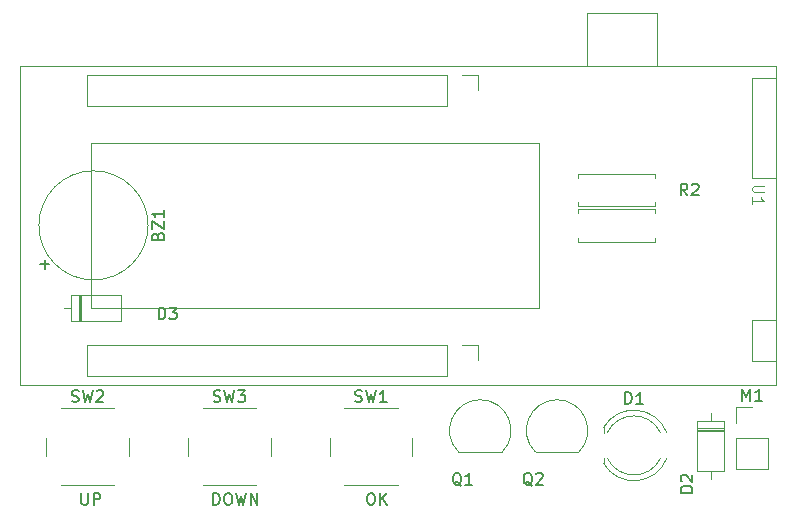
<source format=gbr>
%TF.GenerationSoftware,KiCad,Pcbnew,8.0.0*%
%TF.CreationDate,2024-09-30T23:01:36+02:00*%
%TF.ProjectId,TTGOPager,5454474f-5061-4676-9572-2e6b69636164,rev?*%
%TF.SameCoordinates,Original*%
%TF.FileFunction,Legend,Top*%
%TF.FilePolarity,Positive*%
%FSLAX46Y46*%
G04 Gerber Fmt 4.6, Leading zero omitted, Abs format (unit mm)*
G04 Created by KiCad (PCBNEW 8.0.0) date 2024-09-30 23:01:36*
%MOMM*%
%LPD*%
G01*
G04 APERTURE LIST*
%ADD10C,0.150000*%
%ADD11C,0.100000*%
%ADD12C,0.120000*%
G04 APERTURE END LIST*
D10*
X172023333Y-41454819D02*
X171690000Y-40978628D01*
X171451905Y-41454819D02*
X171451905Y-40454819D01*
X171451905Y-40454819D02*
X171832857Y-40454819D01*
X171832857Y-40454819D02*
X171928095Y-40502438D01*
X171928095Y-40502438D02*
X171975714Y-40550057D01*
X171975714Y-40550057D02*
X172023333Y-40645295D01*
X172023333Y-40645295D02*
X172023333Y-40788152D01*
X172023333Y-40788152D02*
X171975714Y-40883390D01*
X171975714Y-40883390D02*
X171928095Y-40931009D01*
X171928095Y-40931009D02*
X171832857Y-40978628D01*
X171832857Y-40978628D02*
X171451905Y-40978628D01*
X172404286Y-40550057D02*
X172451905Y-40502438D01*
X172451905Y-40502438D02*
X172547143Y-40454819D01*
X172547143Y-40454819D02*
X172785238Y-40454819D01*
X172785238Y-40454819D02*
X172880476Y-40502438D01*
X172880476Y-40502438D02*
X172928095Y-40550057D01*
X172928095Y-40550057D02*
X172975714Y-40645295D01*
X172975714Y-40645295D02*
X172975714Y-40740533D01*
X172975714Y-40740533D02*
X172928095Y-40883390D01*
X172928095Y-40883390D02*
X172356667Y-41454819D01*
X172356667Y-41454819D02*
X172975714Y-41454819D01*
X127261905Y-51954819D02*
X127261905Y-50954819D01*
X127261905Y-50954819D02*
X127500000Y-50954819D01*
X127500000Y-50954819D02*
X127642857Y-51002438D01*
X127642857Y-51002438D02*
X127738095Y-51097676D01*
X127738095Y-51097676D02*
X127785714Y-51192914D01*
X127785714Y-51192914D02*
X127833333Y-51383390D01*
X127833333Y-51383390D02*
X127833333Y-51526247D01*
X127833333Y-51526247D02*
X127785714Y-51716723D01*
X127785714Y-51716723D02*
X127738095Y-51811961D01*
X127738095Y-51811961D02*
X127642857Y-51907200D01*
X127642857Y-51907200D02*
X127500000Y-51954819D01*
X127500000Y-51954819D02*
X127261905Y-51954819D01*
X128166667Y-50954819D02*
X128785714Y-50954819D01*
X128785714Y-50954819D02*
X128452381Y-51335771D01*
X128452381Y-51335771D02*
X128595238Y-51335771D01*
X128595238Y-51335771D02*
X128690476Y-51383390D01*
X128690476Y-51383390D02*
X128738095Y-51431009D01*
X128738095Y-51431009D02*
X128785714Y-51526247D01*
X128785714Y-51526247D02*
X128785714Y-51764342D01*
X128785714Y-51764342D02*
X128738095Y-51859580D01*
X128738095Y-51859580D02*
X128690476Y-51907200D01*
X128690476Y-51907200D02*
X128595238Y-51954819D01*
X128595238Y-51954819D02*
X128309524Y-51954819D01*
X128309524Y-51954819D02*
X128214286Y-51907200D01*
X128214286Y-51907200D02*
X128166667Y-51859580D01*
D11*
X178542580Y-40638095D02*
X177733057Y-40638095D01*
X177733057Y-40638095D02*
X177637819Y-40685714D01*
X177637819Y-40685714D02*
X177590200Y-40733333D01*
X177590200Y-40733333D02*
X177542580Y-40828571D01*
X177542580Y-40828571D02*
X177542580Y-41019047D01*
X177542580Y-41019047D02*
X177590200Y-41114285D01*
X177590200Y-41114285D02*
X177637819Y-41161904D01*
X177637819Y-41161904D02*
X177733057Y-41209523D01*
X177733057Y-41209523D02*
X178542580Y-41209523D01*
X177542580Y-42209523D02*
X177542580Y-41638095D01*
X177542580Y-41923809D02*
X178542580Y-41923809D01*
X178542580Y-41923809D02*
X178399723Y-41828571D01*
X178399723Y-41828571D02*
X178304485Y-41733333D01*
X178304485Y-41733333D02*
X178256866Y-41638095D01*
D10*
X131916667Y-58907200D02*
X132059524Y-58954819D01*
X132059524Y-58954819D02*
X132297619Y-58954819D01*
X132297619Y-58954819D02*
X132392857Y-58907200D01*
X132392857Y-58907200D02*
X132440476Y-58859580D01*
X132440476Y-58859580D02*
X132488095Y-58764342D01*
X132488095Y-58764342D02*
X132488095Y-58669104D01*
X132488095Y-58669104D02*
X132440476Y-58573866D01*
X132440476Y-58573866D02*
X132392857Y-58526247D01*
X132392857Y-58526247D02*
X132297619Y-58478628D01*
X132297619Y-58478628D02*
X132107143Y-58431009D01*
X132107143Y-58431009D02*
X132011905Y-58383390D01*
X132011905Y-58383390D02*
X131964286Y-58335771D01*
X131964286Y-58335771D02*
X131916667Y-58240533D01*
X131916667Y-58240533D02*
X131916667Y-58145295D01*
X131916667Y-58145295D02*
X131964286Y-58050057D01*
X131964286Y-58050057D02*
X132011905Y-58002438D01*
X132011905Y-58002438D02*
X132107143Y-57954819D01*
X132107143Y-57954819D02*
X132345238Y-57954819D01*
X132345238Y-57954819D02*
X132488095Y-58002438D01*
X132821429Y-57954819D02*
X133059524Y-58954819D01*
X133059524Y-58954819D02*
X133250000Y-58240533D01*
X133250000Y-58240533D02*
X133440476Y-58954819D01*
X133440476Y-58954819D02*
X133678572Y-57954819D01*
X133964286Y-57954819D02*
X134583333Y-57954819D01*
X134583333Y-57954819D02*
X134250000Y-58335771D01*
X134250000Y-58335771D02*
X134392857Y-58335771D01*
X134392857Y-58335771D02*
X134488095Y-58383390D01*
X134488095Y-58383390D02*
X134535714Y-58431009D01*
X134535714Y-58431009D02*
X134583333Y-58526247D01*
X134583333Y-58526247D02*
X134583333Y-58764342D01*
X134583333Y-58764342D02*
X134535714Y-58859580D01*
X134535714Y-58859580D02*
X134488095Y-58907200D01*
X134488095Y-58907200D02*
X134392857Y-58954819D01*
X134392857Y-58954819D02*
X134107143Y-58954819D01*
X134107143Y-58954819D02*
X134011905Y-58907200D01*
X134011905Y-58907200D02*
X133964286Y-58859580D01*
X131869048Y-67654819D02*
X131869048Y-66654819D01*
X131869048Y-66654819D02*
X132107143Y-66654819D01*
X132107143Y-66654819D02*
X132250000Y-66702438D01*
X132250000Y-66702438D02*
X132345238Y-66797676D01*
X132345238Y-66797676D02*
X132392857Y-66892914D01*
X132392857Y-66892914D02*
X132440476Y-67083390D01*
X132440476Y-67083390D02*
X132440476Y-67226247D01*
X132440476Y-67226247D02*
X132392857Y-67416723D01*
X132392857Y-67416723D02*
X132345238Y-67511961D01*
X132345238Y-67511961D02*
X132250000Y-67607200D01*
X132250000Y-67607200D02*
X132107143Y-67654819D01*
X132107143Y-67654819D02*
X131869048Y-67654819D01*
X133059524Y-66654819D02*
X133250000Y-66654819D01*
X133250000Y-66654819D02*
X133345238Y-66702438D01*
X133345238Y-66702438D02*
X133440476Y-66797676D01*
X133440476Y-66797676D02*
X133488095Y-66988152D01*
X133488095Y-66988152D02*
X133488095Y-67321485D01*
X133488095Y-67321485D02*
X133440476Y-67511961D01*
X133440476Y-67511961D02*
X133345238Y-67607200D01*
X133345238Y-67607200D02*
X133250000Y-67654819D01*
X133250000Y-67654819D02*
X133059524Y-67654819D01*
X133059524Y-67654819D02*
X132964286Y-67607200D01*
X132964286Y-67607200D02*
X132869048Y-67511961D01*
X132869048Y-67511961D02*
X132821429Y-67321485D01*
X132821429Y-67321485D02*
X132821429Y-66988152D01*
X132821429Y-66988152D02*
X132869048Y-66797676D01*
X132869048Y-66797676D02*
X132964286Y-66702438D01*
X132964286Y-66702438D02*
X133059524Y-66654819D01*
X133821429Y-66654819D02*
X134059524Y-67654819D01*
X134059524Y-67654819D02*
X134250000Y-66940533D01*
X134250000Y-66940533D02*
X134440476Y-67654819D01*
X134440476Y-67654819D02*
X134678572Y-66654819D01*
X135059524Y-67654819D02*
X135059524Y-66654819D01*
X135059524Y-66654819D02*
X135630952Y-67654819D01*
X135630952Y-67654819D02*
X135630952Y-66654819D01*
X119916667Y-58907200D02*
X120059524Y-58954819D01*
X120059524Y-58954819D02*
X120297619Y-58954819D01*
X120297619Y-58954819D02*
X120392857Y-58907200D01*
X120392857Y-58907200D02*
X120440476Y-58859580D01*
X120440476Y-58859580D02*
X120488095Y-58764342D01*
X120488095Y-58764342D02*
X120488095Y-58669104D01*
X120488095Y-58669104D02*
X120440476Y-58573866D01*
X120440476Y-58573866D02*
X120392857Y-58526247D01*
X120392857Y-58526247D02*
X120297619Y-58478628D01*
X120297619Y-58478628D02*
X120107143Y-58431009D01*
X120107143Y-58431009D02*
X120011905Y-58383390D01*
X120011905Y-58383390D02*
X119964286Y-58335771D01*
X119964286Y-58335771D02*
X119916667Y-58240533D01*
X119916667Y-58240533D02*
X119916667Y-58145295D01*
X119916667Y-58145295D02*
X119964286Y-58050057D01*
X119964286Y-58050057D02*
X120011905Y-58002438D01*
X120011905Y-58002438D02*
X120107143Y-57954819D01*
X120107143Y-57954819D02*
X120345238Y-57954819D01*
X120345238Y-57954819D02*
X120488095Y-58002438D01*
X120821429Y-57954819D02*
X121059524Y-58954819D01*
X121059524Y-58954819D02*
X121250000Y-58240533D01*
X121250000Y-58240533D02*
X121440476Y-58954819D01*
X121440476Y-58954819D02*
X121678572Y-57954819D01*
X122011905Y-58050057D02*
X122059524Y-58002438D01*
X122059524Y-58002438D02*
X122154762Y-57954819D01*
X122154762Y-57954819D02*
X122392857Y-57954819D01*
X122392857Y-57954819D02*
X122488095Y-58002438D01*
X122488095Y-58002438D02*
X122535714Y-58050057D01*
X122535714Y-58050057D02*
X122583333Y-58145295D01*
X122583333Y-58145295D02*
X122583333Y-58240533D01*
X122583333Y-58240533D02*
X122535714Y-58383390D01*
X122535714Y-58383390D02*
X121964286Y-58954819D01*
X121964286Y-58954819D02*
X122583333Y-58954819D01*
X120714286Y-66654819D02*
X120714286Y-67464342D01*
X120714286Y-67464342D02*
X120761905Y-67559580D01*
X120761905Y-67559580D02*
X120809524Y-67607200D01*
X120809524Y-67607200D02*
X120904762Y-67654819D01*
X120904762Y-67654819D02*
X121095238Y-67654819D01*
X121095238Y-67654819D02*
X121190476Y-67607200D01*
X121190476Y-67607200D02*
X121238095Y-67559580D01*
X121238095Y-67559580D02*
X121285714Y-67464342D01*
X121285714Y-67464342D02*
X121285714Y-66654819D01*
X121761905Y-67654819D02*
X121761905Y-66654819D01*
X121761905Y-66654819D02*
X122142857Y-66654819D01*
X122142857Y-66654819D02*
X122238095Y-66702438D01*
X122238095Y-66702438D02*
X122285714Y-66750057D01*
X122285714Y-66750057D02*
X122333333Y-66845295D01*
X122333333Y-66845295D02*
X122333333Y-66988152D01*
X122333333Y-66988152D02*
X122285714Y-67083390D01*
X122285714Y-67083390D02*
X122238095Y-67131009D01*
X122238095Y-67131009D02*
X122142857Y-67178628D01*
X122142857Y-67178628D02*
X121761905Y-67178628D01*
X143916667Y-58907200D02*
X144059524Y-58954819D01*
X144059524Y-58954819D02*
X144297619Y-58954819D01*
X144297619Y-58954819D02*
X144392857Y-58907200D01*
X144392857Y-58907200D02*
X144440476Y-58859580D01*
X144440476Y-58859580D02*
X144488095Y-58764342D01*
X144488095Y-58764342D02*
X144488095Y-58669104D01*
X144488095Y-58669104D02*
X144440476Y-58573866D01*
X144440476Y-58573866D02*
X144392857Y-58526247D01*
X144392857Y-58526247D02*
X144297619Y-58478628D01*
X144297619Y-58478628D02*
X144107143Y-58431009D01*
X144107143Y-58431009D02*
X144011905Y-58383390D01*
X144011905Y-58383390D02*
X143964286Y-58335771D01*
X143964286Y-58335771D02*
X143916667Y-58240533D01*
X143916667Y-58240533D02*
X143916667Y-58145295D01*
X143916667Y-58145295D02*
X143964286Y-58050057D01*
X143964286Y-58050057D02*
X144011905Y-58002438D01*
X144011905Y-58002438D02*
X144107143Y-57954819D01*
X144107143Y-57954819D02*
X144345238Y-57954819D01*
X144345238Y-57954819D02*
X144488095Y-58002438D01*
X144821429Y-57954819D02*
X145059524Y-58954819D01*
X145059524Y-58954819D02*
X145250000Y-58240533D01*
X145250000Y-58240533D02*
X145440476Y-58954819D01*
X145440476Y-58954819D02*
X145678572Y-57954819D01*
X146583333Y-58954819D02*
X146011905Y-58954819D01*
X146297619Y-58954819D02*
X146297619Y-57954819D01*
X146297619Y-57954819D02*
X146202381Y-58097676D01*
X146202381Y-58097676D02*
X146107143Y-58192914D01*
X146107143Y-58192914D02*
X146011905Y-58240533D01*
X145154762Y-66654819D02*
X145345238Y-66654819D01*
X145345238Y-66654819D02*
X145440476Y-66702438D01*
X145440476Y-66702438D02*
X145535714Y-66797676D01*
X145535714Y-66797676D02*
X145583333Y-66988152D01*
X145583333Y-66988152D02*
X145583333Y-67321485D01*
X145583333Y-67321485D02*
X145535714Y-67511961D01*
X145535714Y-67511961D02*
X145440476Y-67607200D01*
X145440476Y-67607200D02*
X145345238Y-67654819D01*
X145345238Y-67654819D02*
X145154762Y-67654819D01*
X145154762Y-67654819D02*
X145059524Y-67607200D01*
X145059524Y-67607200D02*
X144964286Y-67511961D01*
X144964286Y-67511961D02*
X144916667Y-67321485D01*
X144916667Y-67321485D02*
X144916667Y-66988152D01*
X144916667Y-66988152D02*
X144964286Y-66797676D01*
X144964286Y-66797676D02*
X145059524Y-66702438D01*
X145059524Y-66702438D02*
X145154762Y-66654819D01*
X146011905Y-67654819D02*
X146011905Y-66654819D01*
X146583333Y-67654819D02*
X146154762Y-67083390D01*
X146583333Y-66654819D02*
X146011905Y-67226247D01*
X158904761Y-66050057D02*
X158809523Y-66002438D01*
X158809523Y-66002438D02*
X158714285Y-65907200D01*
X158714285Y-65907200D02*
X158571428Y-65764342D01*
X158571428Y-65764342D02*
X158476190Y-65716723D01*
X158476190Y-65716723D02*
X158380952Y-65716723D01*
X158428571Y-65954819D02*
X158333333Y-65907200D01*
X158333333Y-65907200D02*
X158238095Y-65811961D01*
X158238095Y-65811961D02*
X158190476Y-65621485D01*
X158190476Y-65621485D02*
X158190476Y-65288152D01*
X158190476Y-65288152D02*
X158238095Y-65097676D01*
X158238095Y-65097676D02*
X158333333Y-65002438D01*
X158333333Y-65002438D02*
X158428571Y-64954819D01*
X158428571Y-64954819D02*
X158619047Y-64954819D01*
X158619047Y-64954819D02*
X158714285Y-65002438D01*
X158714285Y-65002438D02*
X158809523Y-65097676D01*
X158809523Y-65097676D02*
X158857142Y-65288152D01*
X158857142Y-65288152D02*
X158857142Y-65621485D01*
X158857142Y-65621485D02*
X158809523Y-65811961D01*
X158809523Y-65811961D02*
X158714285Y-65907200D01*
X158714285Y-65907200D02*
X158619047Y-65954819D01*
X158619047Y-65954819D02*
X158428571Y-65954819D01*
X159238095Y-65050057D02*
X159285714Y-65002438D01*
X159285714Y-65002438D02*
X159380952Y-64954819D01*
X159380952Y-64954819D02*
X159619047Y-64954819D01*
X159619047Y-64954819D02*
X159714285Y-65002438D01*
X159714285Y-65002438D02*
X159761904Y-65050057D01*
X159761904Y-65050057D02*
X159809523Y-65145295D01*
X159809523Y-65145295D02*
X159809523Y-65240533D01*
X159809523Y-65240533D02*
X159761904Y-65383390D01*
X159761904Y-65383390D02*
X159190476Y-65954819D01*
X159190476Y-65954819D02*
X159809523Y-65954819D01*
X152904761Y-66050057D02*
X152809523Y-66002438D01*
X152809523Y-66002438D02*
X152714285Y-65907200D01*
X152714285Y-65907200D02*
X152571428Y-65764342D01*
X152571428Y-65764342D02*
X152476190Y-65716723D01*
X152476190Y-65716723D02*
X152380952Y-65716723D01*
X152428571Y-65954819D02*
X152333333Y-65907200D01*
X152333333Y-65907200D02*
X152238095Y-65811961D01*
X152238095Y-65811961D02*
X152190476Y-65621485D01*
X152190476Y-65621485D02*
X152190476Y-65288152D01*
X152190476Y-65288152D02*
X152238095Y-65097676D01*
X152238095Y-65097676D02*
X152333333Y-65002438D01*
X152333333Y-65002438D02*
X152428571Y-64954819D01*
X152428571Y-64954819D02*
X152619047Y-64954819D01*
X152619047Y-64954819D02*
X152714285Y-65002438D01*
X152714285Y-65002438D02*
X152809523Y-65097676D01*
X152809523Y-65097676D02*
X152857142Y-65288152D01*
X152857142Y-65288152D02*
X152857142Y-65621485D01*
X152857142Y-65621485D02*
X152809523Y-65811961D01*
X152809523Y-65811961D02*
X152714285Y-65907200D01*
X152714285Y-65907200D02*
X152619047Y-65954819D01*
X152619047Y-65954819D02*
X152428571Y-65954819D01*
X153809523Y-65954819D02*
X153238095Y-65954819D01*
X153523809Y-65954819D02*
X153523809Y-64954819D01*
X153523809Y-64954819D02*
X153428571Y-65097676D01*
X153428571Y-65097676D02*
X153333333Y-65192914D01*
X153333333Y-65192914D02*
X153238095Y-65240533D01*
X176690476Y-58849819D02*
X176690476Y-57849819D01*
X176690476Y-57849819D02*
X177023809Y-58564104D01*
X177023809Y-58564104D02*
X177357142Y-57849819D01*
X177357142Y-57849819D02*
X177357142Y-58849819D01*
X178357142Y-58849819D02*
X177785714Y-58849819D01*
X178071428Y-58849819D02*
X178071428Y-57849819D01*
X178071428Y-57849819D02*
X177976190Y-57992676D01*
X177976190Y-57992676D02*
X177880952Y-58087914D01*
X177880952Y-58087914D02*
X177785714Y-58135533D01*
X172454819Y-66618094D02*
X171454819Y-66618094D01*
X171454819Y-66618094D02*
X171454819Y-66379999D01*
X171454819Y-66379999D02*
X171502438Y-66237142D01*
X171502438Y-66237142D02*
X171597676Y-66141904D01*
X171597676Y-66141904D02*
X171692914Y-66094285D01*
X171692914Y-66094285D02*
X171883390Y-66046666D01*
X171883390Y-66046666D02*
X172026247Y-66046666D01*
X172026247Y-66046666D02*
X172216723Y-66094285D01*
X172216723Y-66094285D02*
X172311961Y-66141904D01*
X172311961Y-66141904D02*
X172407200Y-66237142D01*
X172407200Y-66237142D02*
X172454819Y-66379999D01*
X172454819Y-66379999D02*
X172454819Y-66618094D01*
X171550057Y-65665713D02*
X171502438Y-65618094D01*
X171502438Y-65618094D02*
X171454819Y-65522856D01*
X171454819Y-65522856D02*
X171454819Y-65284761D01*
X171454819Y-65284761D02*
X171502438Y-65189523D01*
X171502438Y-65189523D02*
X171550057Y-65141904D01*
X171550057Y-65141904D02*
X171645295Y-65094285D01*
X171645295Y-65094285D02*
X171740533Y-65094285D01*
X171740533Y-65094285D02*
X171883390Y-65141904D01*
X171883390Y-65141904D02*
X172454819Y-65713332D01*
X172454819Y-65713332D02*
X172454819Y-65094285D01*
X166766905Y-59124819D02*
X166766905Y-58124819D01*
X166766905Y-58124819D02*
X167005000Y-58124819D01*
X167005000Y-58124819D02*
X167147857Y-58172438D01*
X167147857Y-58172438D02*
X167243095Y-58267676D01*
X167243095Y-58267676D02*
X167290714Y-58362914D01*
X167290714Y-58362914D02*
X167338333Y-58553390D01*
X167338333Y-58553390D02*
X167338333Y-58696247D01*
X167338333Y-58696247D02*
X167290714Y-58886723D01*
X167290714Y-58886723D02*
X167243095Y-58981961D01*
X167243095Y-58981961D02*
X167147857Y-59077200D01*
X167147857Y-59077200D02*
X167005000Y-59124819D01*
X167005000Y-59124819D02*
X166766905Y-59124819D01*
X168290714Y-59124819D02*
X167719286Y-59124819D01*
X168005000Y-59124819D02*
X168005000Y-58124819D01*
X168005000Y-58124819D02*
X167909762Y-58267676D01*
X167909762Y-58267676D02*
X167814524Y-58362914D01*
X167814524Y-58362914D02*
X167719286Y-58410533D01*
X127178148Y-44880952D02*
X127225767Y-44738095D01*
X127225767Y-44738095D02*
X127273386Y-44690476D01*
X127273386Y-44690476D02*
X127368624Y-44642857D01*
X127368624Y-44642857D02*
X127511481Y-44642857D01*
X127511481Y-44642857D02*
X127606719Y-44690476D01*
X127606719Y-44690476D02*
X127654339Y-44738095D01*
X127654339Y-44738095D02*
X127701958Y-44833333D01*
X127701958Y-44833333D02*
X127701958Y-45214285D01*
X127701958Y-45214285D02*
X126701958Y-45214285D01*
X126701958Y-45214285D02*
X126701958Y-44880952D01*
X126701958Y-44880952D02*
X126749577Y-44785714D01*
X126749577Y-44785714D02*
X126797196Y-44738095D01*
X126797196Y-44738095D02*
X126892434Y-44690476D01*
X126892434Y-44690476D02*
X126987672Y-44690476D01*
X126987672Y-44690476D02*
X127082910Y-44738095D01*
X127082910Y-44738095D02*
X127130529Y-44785714D01*
X127130529Y-44785714D02*
X127178148Y-44880952D01*
X127178148Y-44880952D02*
X127178148Y-45214285D01*
X126701958Y-44309523D02*
X126701958Y-43642857D01*
X126701958Y-43642857D02*
X127701958Y-44309523D01*
X127701958Y-44309523D02*
X127701958Y-43642857D01*
X127701958Y-42738095D02*
X127701958Y-43309523D01*
X127701958Y-43023809D02*
X126701958Y-43023809D01*
X126701958Y-43023809D02*
X126844815Y-43119047D01*
X126844815Y-43119047D02*
X126940053Y-43214285D01*
X126940053Y-43214285D02*
X126987672Y-43309523D01*
X117641005Y-47680951D02*
X117641005Y-46919047D01*
X118021958Y-47299999D02*
X117260053Y-47299999D01*
D12*
%TO.C,R2*%
X162730000Y-39630000D02*
X169270000Y-39630000D01*
X162730000Y-39960000D02*
X162730000Y-39630000D01*
X162730000Y-42040000D02*
X162730000Y-42370000D01*
X162730000Y-42370000D02*
X169270000Y-42370000D01*
X169270000Y-39630000D02*
X169270000Y-39960000D01*
X169270000Y-42370000D02*
X169270000Y-42040000D01*
%TO.C,R1*%
X162730000Y-42630000D02*
X169270000Y-42630000D01*
X162730000Y-42960000D02*
X162730000Y-42630000D01*
X162730000Y-45040000D02*
X162730000Y-45370000D01*
X162730000Y-45370000D02*
X169270000Y-45370000D01*
X169270000Y-42630000D02*
X169270000Y-42960000D01*
X169270000Y-45370000D02*
X169270000Y-45040000D01*
%TO.C,D3*%
X124770000Y-51000000D02*
X124120000Y-51000000D01*
X124120000Y-52120000D02*
X124120000Y-49880000D01*
X124120000Y-49880000D02*
X119880000Y-49880000D01*
X120720000Y-49880000D02*
X120720000Y-52120000D01*
X120600000Y-49880000D02*
X120600000Y-52120000D01*
X120480000Y-49880000D02*
X120480000Y-52120000D01*
X119880000Y-52120000D02*
X124120000Y-52120000D01*
X119880000Y-49880000D02*
X119880000Y-52120000D01*
X119230000Y-51000000D02*
X119880000Y-51000000D01*
%TO.C,U1*%
D11*
X179512700Y-30500000D02*
X115487300Y-30500000D01*
X115487300Y-57500000D01*
X179512700Y-57500000D01*
X179512700Y-30500000D01*
D12*
X151710000Y-56760000D02*
X121170000Y-56760000D01*
D11*
X177500000Y-55500000D02*
X177500000Y-52000000D01*
X179500000Y-55500000D02*
X177500000Y-55500000D01*
D12*
X121170000Y-54100000D02*
X121170000Y-56760000D01*
X151710000Y-54100000D02*
X151710000Y-56760000D01*
X151710000Y-54100000D02*
X121170000Y-54100000D01*
X152980000Y-54100000D02*
X154310000Y-54100000D01*
X154310000Y-54100000D02*
X154310000Y-55430000D01*
D11*
X177500000Y-52000000D02*
X179500000Y-52000000D01*
X121500000Y-51000000D02*
X121500000Y-37000000D01*
X159500000Y-51000000D02*
X121500000Y-51000000D01*
X159500000Y-44000000D02*
X159500000Y-51000000D01*
X177500000Y-40000000D02*
X179500000Y-40000000D01*
X121500000Y-37000000D02*
X159500000Y-37000000D01*
X159500000Y-37000000D02*
X159500000Y-44000000D01*
D12*
X151710000Y-33900000D02*
X121170000Y-33900000D01*
D11*
X177500000Y-31500000D02*
X177500000Y-40000000D01*
X179500000Y-31500000D02*
X177500000Y-31500000D01*
D12*
X121170000Y-31240000D02*
X121170000Y-33900000D01*
X151710000Y-31240000D02*
X151710000Y-33900000D01*
X151710000Y-31240000D02*
X121170000Y-31240000D01*
X152980000Y-31240000D02*
X154310000Y-31240000D01*
X154310000Y-31240000D02*
X154310000Y-32570000D01*
D11*
X169500000Y-30500000D02*
X169500000Y-26000000D01*
X163500000Y-26000000D02*
X163500000Y-30500000D01*
X169500000Y-26000000D02*
X163500000Y-26000000D01*
D12*
%TO.C,SW3*%
X136750000Y-63500000D02*
X136750000Y-62000000D01*
X135500000Y-59500000D02*
X131000000Y-59500000D01*
X131000000Y-66000000D02*
X135500000Y-66000000D01*
X129750000Y-62000000D02*
X129750000Y-63500000D01*
%TO.C,SW2*%
X117750000Y-62000000D02*
X117750000Y-63500000D01*
X119000000Y-66000000D02*
X123500000Y-66000000D01*
X123500000Y-59500000D02*
X119000000Y-59500000D01*
X124750000Y-63500000D02*
X124750000Y-62000000D01*
%TO.C,SW1*%
X148750000Y-63500000D02*
X148750000Y-62000000D01*
X147500000Y-59500000D02*
X143000000Y-59500000D01*
X143000000Y-66000000D02*
X147500000Y-66000000D01*
X141750000Y-62000000D02*
X141750000Y-63500000D01*
%TO.C,Q2*%
X159200000Y-63210000D02*
X162800000Y-63210000D01*
X159161522Y-63198478D02*
G75*
G02*
X161000000Y-58760000I1838478J1838478D01*
G01*
X161000000Y-58760000D02*
G75*
G02*
X162838478Y-63198478I0J-2600000D01*
G01*
%TO.C,Q1*%
X152700000Y-63210000D02*
X156300000Y-63210000D01*
X152661522Y-63198478D02*
G75*
G02*
X154500000Y-58760000I1838478J1838478D01*
G01*
X154500000Y-58760000D02*
G75*
G02*
X156338478Y-63198478I0J-2600000D01*
G01*
%TO.C,M1*%
X176170000Y-59395000D02*
X177500000Y-59395000D01*
X176170000Y-60725000D02*
X176170000Y-59395000D01*
X176170000Y-61995000D02*
X176170000Y-64595000D01*
X176170000Y-61995000D02*
X178830000Y-61995000D01*
X176170000Y-64595000D02*
X178830000Y-64595000D01*
X178830000Y-61995000D02*
X178830000Y-64595000D01*
%TO.C,D2*%
X174000000Y-65460000D02*
X174000000Y-64810000D01*
X172880000Y-64810000D02*
X175120000Y-64810000D01*
X175120000Y-64810000D02*
X175120000Y-60570000D01*
X175120000Y-61410000D02*
X172880000Y-61410000D01*
X175120000Y-61290000D02*
X172880000Y-61290000D01*
X175120000Y-61170000D02*
X172880000Y-61170000D01*
X172880000Y-60570000D02*
X172880000Y-64810000D01*
X175120000Y-60570000D02*
X172880000Y-60570000D01*
X174000000Y-59920000D02*
X174000000Y-60570000D01*
%TO.C,D1*%
X164945000Y-61085000D02*
X164945000Y-61550000D01*
X164945000Y-63710000D02*
X164945000Y-64175000D01*
X164945001Y-61085170D02*
G75*
G02*
X170292814Y-61549173I2559999J-1544830D01*
G01*
X165250317Y-61550000D02*
G75*
G02*
X169759478Y-61549572I2254683J-1080000D01*
G01*
X169759479Y-63710429D02*
G75*
G02*
X165250316Y-63710000I-2254479J1080429D01*
G01*
X170292814Y-63710827D02*
G75*
G02*
X164945001Y-64174830I-2787814J1080827D01*
G01*
%TO.C,BZ1*%
X126367139Y-44000000D02*
G75*
G02*
X117127139Y-44000000I-4620000J0D01*
G01*
X117127139Y-44000000D02*
G75*
G02*
X126367139Y-44000000I4620000J0D01*
G01*
%TD*%
M02*

</source>
